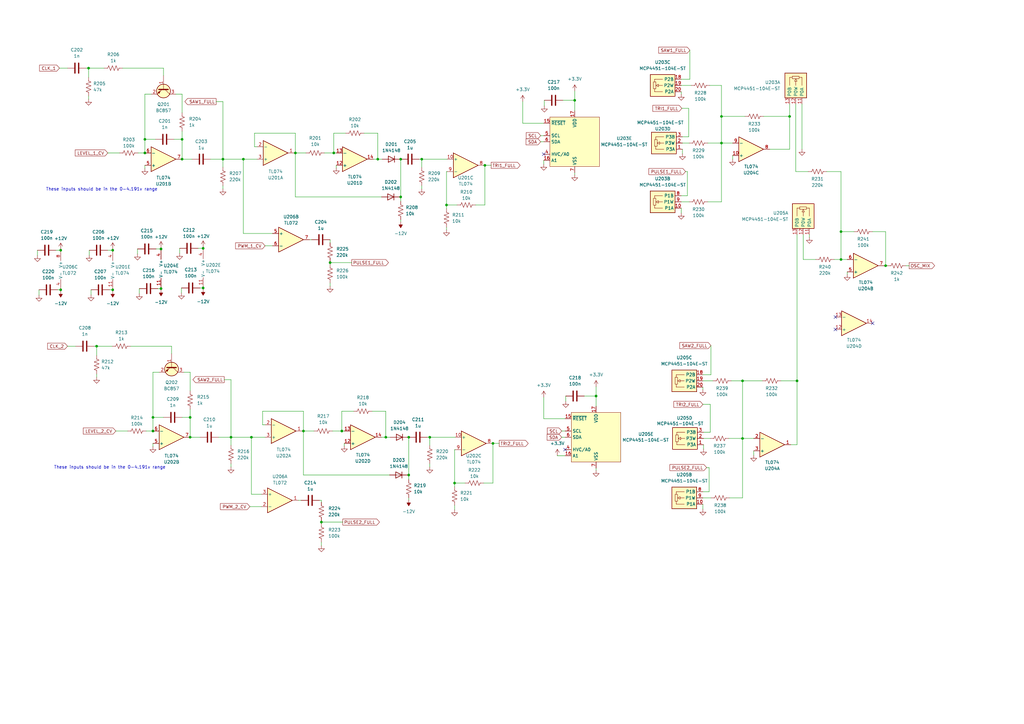
<source format=kicad_sch>
(kicad_sch (version 20230121) (generator eeschema)
  (paper "A3")
  (junction (at 91.44 65.278))
  (junction (at 39.624 141.986))
  (junction (at 363.22 108.966))
  (junction (at 167.64 194.818))
  (junction (at 77.978 179.324))
  (junction (at 59.436 62.738))
  (junction (at 74.676 65.278))
  (junction (at 77.978 171.196))
  (junction (at 244.475 162.433))
  (junction (at 183.134 84.074))
  (junction (at 83.312 118.11))
  (junction (at 66.04 118.364))
  (junction (at 46.228 102.616))
  (junction (at 103.124 179.324))
  (junction (at 62.738 171.196))
  (junction (at 36.322 27.94))
  (junction (at 83.312 101.854))
  (junction (at 136.906 62.738))
  (junction (at 304.546 156.21))
  (junction (at 94.742 179.324))
  (junction (at 24.892 102.616))
  (junction (at 121.158 62.738))
  (junction (at 62.738 176.784))
  (junction (at 235.712 41.148))
  (junction (at 46.228 118.872))
  (junction (at 167.64 179.324))
  (junction (at 140.208 176.784))
  (junction (at 135.382 107.696))
  (junction (at 99.822 65.278))
  (junction (at 323.85 47.752))
  (junction (at 124.46 176.784))
  (junction (at 344.932 106.426))
  (junction (at 172.974 65.278))
  (junction (at 295.91 47.752))
  (junction (at 164.338 65.278))
  (junction (at 131.826 214.122))
  (junction (at 59.436 57.15))
  (junction (at 164.338 80.772))
  (junction (at 295.91 58.674))
  (junction (at 344.932 94.996))
  (junction (at 24.892 118.872))
  (junction (at 74.676 57.15))
  (junction (at 198.882 67.818))
  (junction (at 66.04 102.108))
  (junction (at 202.184 181.864))
  (junction (at 176.276 179.324))
  (junction (at 154.94 65.278))
  (junction (at 326.898 156.21))
  (junction (at 158.242 179.324))
  (junction (at 304.546 179.832))
  (junction (at 186.436 198.12))
  (no_connect (at 342.646 130.048))
  (no_connect (at 231.775 184.404))
  (no_connect (at 357.886 132.588))
  (no_connect (at 342.646 135.128))
  (no_connect (at 223.012 63.246))
  (wire (pts (xy 105.41 60.198) (xy 104.394 60.198)))
  (wire (pts (xy 131.826 222.377) (xy 131.826 223.774)))
  (wire (pts (xy 172.974 76.2) (xy 172.974 77.47)))
  (wire (pts (xy 94.742 179.324) (xy 94.742 182.626)))
  (wire (pts (xy 176.276 179.324) (xy 186.69 179.324)))
  (wire (pts (xy 172.974 65.278) (xy 183.388 65.278)))
  (wire (pts (xy 127 98.298) (xy 127.762 98.298)))
  (wire (pts (xy 121.158 80.772) (xy 121.158 62.738)))
  (wire (pts (xy 326.39 70.358) (xy 326.39 42.672)))
  (wire (pts (xy 63.754 57.15) (xy 59.436 57.15)))
  (wire (pts (xy 279.4 85.344) (xy 279.4 87.376)))
  (wire (pts (xy 223.266 41.148) (xy 223.266 43.434)))
  (wire (pts (xy 140.208 176.784) (xy 141.224 176.784)))
  (wire (pts (xy 299.974 156.21) (xy 304.546 156.21)))
  (wire (pts (xy 371.602 108.966) (xy 372.872 108.966)))
  (wire (pts (xy 44.196 62.738) (xy 49.022 62.738)))
  (wire (pts (xy 291.338 165.862) (xy 291.338 177.292)))
  (wire (pts (xy 235.712 70.866) (xy 235.712 71.628)))
  (wire (pts (xy 67.056 171.196) (xy 62.738 171.196)))
  (wire (pts (xy 107.696 174.244) (xy 107.696 168.656)))
  (wire (pts (xy 37.338 118.872) (xy 37.338 120.904)))
  (wire (pts (xy 135.382 116.078) (xy 135.382 117.348)))
  (wire (pts (xy 145.034 168.656) (xy 140.208 168.656)))
  (wire (pts (xy 86.36 65.278) (xy 91.44 65.278)))
  (wire (pts (xy 136.906 62.738) (xy 137.922 62.738)))
  (wire (pts (xy 70.358 141.986) (xy 70.358 145.034)))
  (wire (pts (xy 83.312 118.11) (xy 83.312 118.618)))
  (wire (pts (xy 82.042 118.11) (xy 83.312 118.11)))
  (wire (pts (xy 158.242 179.324) (xy 160.02 179.324)))
  (wire (pts (xy 331.47 70.358) (xy 326.39 70.358)))
  (wire (pts (xy 299.212 204.216) (xy 304.546 204.216)))
  (wire (pts (xy 22.987 102.616) (xy 24.892 102.616)))
  (wire (pts (xy 124.46 176.784) (xy 128.778 176.784)))
  (wire (pts (xy 228.6 186.817) (xy 228.6 186.944)))
  (wire (pts (xy 357.886 94.996) (xy 363.22 94.996)))
  (wire (pts (xy 94.742 155.702) (xy 94.742 179.324)))
  (wire (pts (xy 313.182 47.752) (xy 323.85 47.752)))
  (wire (pts (xy 107.188 202.692) (xy 103.124 202.692)))
  (wire (pts (xy 77.978 179.324) (xy 82.042 179.324)))
  (wire (pts (xy 74.676 57.15) (xy 74.676 65.278)))
  (wire (pts (xy 39.624 153.416) (xy 39.624 154.686)))
  (wire (pts (xy 288.544 182.372) (xy 288.544 184.15)))
  (wire (pts (xy 121.158 62.738) (xy 125.476 62.738)))
  (wire (pts (xy 59.944 176.784) (xy 62.738 176.784)))
  (wire (pts (xy 290.322 82.804) (xy 295.91 82.804)))
  (wire (pts (xy 131.064 205.232) (xy 131.826 205.232)))
  (wire (pts (xy 75.438 152.654) (xy 77.978 152.654)))
  (wire (pts (xy 81.28 101.854) (xy 83.312 101.854)))
  (wire (pts (xy 15.367 102.616) (xy 15.367 104.775)))
  (wire (pts (xy 36.322 27.94) (xy 42.672 27.94)))
  (wire (pts (xy 164.338 90.17) (xy 164.338 90.932)))
  (wire (pts (xy 288.29 204.216) (xy 291.592 204.216)))
  (wire (pts (xy 288.29 158.75) (xy 288.29 159.766)))
  (wire (pts (xy 57.15 118.364) (xy 57.15 120.396)))
  (wire (pts (xy 103.124 179.324) (xy 108.712 179.324)))
  (wire (pts (xy 289.814 191.77) (xy 290.83 191.77)))
  (wire (pts (xy 46.228 102.108) (xy 46.228 102.616)))
  (wire (pts (xy 279.908 61.214) (xy 279.908 62.992)))
  (wire (pts (xy 135.382 98.298) (xy 135.382 99.568)))
  (wire (pts (xy 99.822 65.278) (xy 105.41 65.278)))
  (wire (pts (xy 323.85 47.752) (xy 323.85 42.672)))
  (wire (pts (xy 153.162 65.278) (xy 154.94 65.278)))
  (wire (pts (xy 300.482 58.674) (xy 295.91 58.674)))
  (wire (pts (xy 198.882 67.818) (xy 198.628 67.818)))
  (wire (pts (xy 121.158 54.61) (xy 121.158 62.738)))
  (wire (pts (xy 59.436 67.818) (xy 59.436 69.088)))
  (wire (pts (xy 281.178 70.358) (xy 281.94 70.358)))
  (wire (pts (xy 230.886 41.148) (xy 235.712 41.148)))
  (wire (pts (xy 74.676 65.278) (xy 78.74 65.278)))
  (wire (pts (xy 221.742 58.166) (xy 223.012 58.166)))
  (wire (pts (xy 202.184 181.864) (xy 201.93 181.864)))
  (wire (pts (xy 122.428 205.232) (xy 123.444 205.232)))
  (wire (pts (xy 59.436 38.608) (xy 59.436 57.15)))
  (wire (pts (xy 66.04 102.108) (xy 66.04 102.616)))
  (wire (pts (xy 159.766 194.818) (xy 124.46 194.818)))
  (wire (pts (xy 73.66 101.854) (xy 73.66 103.886)))
  (wire (pts (xy 291.084 35.052) (xy 295.91 35.052)))
  (wire (pts (xy 363.22 94.996) (xy 363.22 108.966)))
  (wire (pts (xy 46.228 118.364) (xy 46.228 118.872)))
  (wire (pts (xy 91.44 65.278) (xy 99.822 65.278)))
  (wire (pts (xy 67.056 27.94) (xy 67.056 30.988)))
  (wire (pts (xy 167.64 194.818) (xy 167.64 196.596)))
  (wire (pts (xy 56.388 102.108) (xy 56.388 104.14)))
  (wire (pts (xy 39.624 145.796) (xy 39.624 141.986)))
  (wire (pts (xy 295.91 47.752) (xy 295.91 58.674)))
  (wire (pts (xy 300.482 63.754) (xy 300.482 65.278)))
  (wire (pts (xy 94.742 179.324) (xy 103.124 179.324)))
  (wire (pts (xy 156.464 179.324) (xy 158.242 179.324)))
  (wire (pts (xy 279.4 82.804) (xy 282.702 82.804)))
  (wire (pts (xy 56.642 62.738) (xy 59.436 62.738)))
  (wire (pts (xy 124.46 176.784) (xy 123.952 176.784)))
  (wire (pts (xy 94.742 190.246) (xy 94.742 191.516)))
  (wire (pts (xy 172.974 65.278) (xy 172.974 68.58)))
  (wire (pts (xy 186.436 184.404) (xy 186.69 184.404)))
  (wire (pts (xy 279.4 35.052) (xy 283.464 35.052)))
  (wire (pts (xy 288.29 165.862) (xy 291.338 165.862)))
  (wire (pts (xy 88.646 41.656) (xy 91.44 41.656)))
  (wire (pts (xy 282.448 56.134) (xy 279.908 56.134)))
  (wire (pts (xy 244.475 192.024) (xy 244.475 192.913)))
  (wire (pts (xy 279.4 32.512) (xy 282.956 32.512)))
  (wire (pts (xy 183.134 84.074) (xy 187.452 84.074)))
  (wire (pts (xy 24.892 118.364) (xy 24.892 118.872)))
  (wire (pts (xy 137.922 67.818) (xy 137.922 68.834)))
  (wire (pts (xy 363.22 108.966) (xy 363.982 108.966)))
  (wire (pts (xy 344.932 70.358) (xy 344.932 94.996)))
  (wire (pts (xy 39.624 141.986) (xy 38.608 141.986)))
  (wire (pts (xy 344.932 106.426) (xy 347.472 106.426)))
  (wire (pts (xy 136.398 176.784) (xy 140.208 176.784)))
  (wire (pts (xy 158.242 179.324) (xy 158.242 168.656)))
  (wire (pts (xy 62.738 181.864) (xy 62.738 183.134)))
  (wire (pts (xy 141.732 54.61) (xy 136.906 54.61)))
  (wire (pts (xy 232.029 162.433) (xy 232.029 164.592)))
  (wire (pts (xy 77.978 167.894) (xy 77.978 171.196)))
  (wire (pts (xy 136.906 54.61) (xy 136.906 62.738)))
  (wire (pts (xy 167.64 204.216) (xy 167.64 204.978)))
  (wire (pts (xy 309.118 179.832) (xy 304.546 179.832)))
  (wire (pts (xy 279.4 37.592) (xy 279.4 38.608)))
  (wire (pts (xy 295.91 35.052) (xy 295.91 47.752)))
  (wire (pts (xy 281.94 70.358) (xy 281.94 80.264)))
  (wire (pts (xy 214.376 50.546) (xy 223.012 50.546)))
  (wire (pts (xy 131.826 214.122) (xy 140.589 214.122)))
  (wire (pts (xy 309.118 184.912) (xy 309.118 186.69)))
  (wire (pts (xy 183.134 85.598) (xy 183.134 84.074)))
  (wire (pts (xy 304.546 179.832) (xy 298.958 179.832)))
  (wire (pts (xy 72.136 38.608) (xy 74.676 38.608)))
  (wire (pts (xy 290.83 191.77) (xy 290.83 201.676)))
  (wire (pts (xy 154.94 65.278) (xy 154.94 54.61)))
  (wire (pts (xy 131.826 213.614) (xy 131.826 214.122)))
  (wire (pts (xy 64.77 118.364) (xy 66.04 118.364)))
  (wire (pts (xy 121.158 62.738) (xy 120.65 62.738)))
  (wire (pts (xy 83.312 101.346) (xy 83.312 101.854)))
  (wire (pts (xy 74.676 171.196) (xy 77.978 171.196)))
  (wire (pts (xy 235.712 37.338) (xy 235.712 41.148)))
  (wire (pts (xy 295.91 82.804) (xy 295.91 58.674)))
  (wire (pts (xy 288.29 206.756) (xy 288.29 208.788)))
  (wire (pts (xy 315.722 61.214) (xy 323.85 61.214)))
  (wire (pts (xy 331.978 96.266) (xy 331.978 97.282)))
  (wire (pts (xy 77.978 171.196) (xy 77.978 179.324)))
  (wire (pts (xy 108.712 100.838) (xy 111.76 100.838)))
  (wire (pts (xy 156.464 80.772) (xy 121.158 80.772)))
  (wire (pts (xy 230.378 179.324) (xy 231.775 179.324)))
  (wire (pts (xy 91.44 65.278) (xy 91.44 68.58)))
  (wire (pts (xy 291.338 177.292) (xy 288.544 177.292)))
  (wire (pts (xy 295.91 47.752) (xy 305.562 47.752)))
  (wire (pts (xy 47.498 176.784) (xy 52.324 176.784)))
  (wire (pts (xy 347.472 111.506) (xy 347.472 112.522)))
  (wire (pts (xy 46.228 102.616) (xy 46.228 103.124)))
  (wire (pts (xy 291.592 141.732) (xy 291.592 153.67)))
  (wire (pts (xy 83.312 101.854) (xy 83.312 102.362)))
  (wire (pts (xy 202.184 198.12) (xy 202.184 181.864)))
  (wire (pts (xy 36.322 31.75) (xy 36.322 27.94)))
  (wire (pts (xy 64.008 102.108) (xy 66.04 102.108)))
  (wire (pts (xy 23.622 118.872) (xy 24.892 118.872)))
  (wire (pts (xy 288.544 179.832) (xy 291.338 179.832)))
  (wire (pts (xy 44.196 102.616) (xy 46.228 102.616)))
  (wire (pts (xy 183.134 84.074) (xy 183.134 70.358)))
  (wire (pts (xy 342.138 106.426) (xy 344.932 106.426)))
  (wire (pts (xy 320.294 156.21) (xy 326.898 156.21)))
  (wire (pts (xy 91.44 76.2) (xy 91.44 77.47)))
  (wire (pts (xy 281.94 80.264) (xy 279.4 80.264)))
  (wire (pts (xy 326.898 96.266) (xy 326.898 156.21)))
  (wire (pts (xy 221.742 55.626) (xy 223.012 55.626)))
  (wire (pts (xy 140.208 168.656) (xy 140.208 176.784)))
  (wire (pts (xy 91.948 155.702) (xy 94.742 155.702)))
  (wire (pts (xy 324.358 182.372) (xy 326.898 182.372)))
  (wire (pts (xy 39.624 141.986) (xy 45.974 141.986)))
  (wire (pts (xy 334.518 106.426) (xy 329.438 106.426)))
  (wire (pts (xy 223.012 162.941) (xy 223.012 171.704)))
  (wire (pts (xy 24.384 27.94) (xy 27.686 27.94)))
  (wire (pts (xy 344.932 94.996) (xy 344.932 106.426)))
  (wire (pts (xy 183.134 70.358) (xy 183.388 70.358)))
  (wire (pts (xy 244.475 162.433) (xy 244.475 166.624)))
  (wire (pts (xy 74.422 118.11) (xy 74.422 120.142)))
  (wire (pts (xy 83.312 117.602) (xy 83.312 118.11)))
  (wire (pts (xy 154.94 54.61) (xy 149.352 54.61)))
  (wire (pts (xy 198.374 198.12) (xy 202.184 198.12)))
  (wire (pts (xy 108.712 174.244) (xy 107.696 174.244)))
  (wire (pts (xy 131.826 205.232) (xy 131.826 205.994)))
  (wire (pts (xy 24.892 118.872) (xy 24.892 119.38)))
  (wire (pts (xy 27.686 141.986) (xy 30.988 141.986)))
  (wire (pts (xy 244.475 158.623) (xy 244.475 162.433)))
  (wire (pts (xy 61.976 38.608) (xy 59.436 38.608)))
  (wire (pts (xy 279.654 44.45) (xy 282.448 44.45)))
  (wire (pts (xy 304.546 204.216) (xy 304.546 179.832)))
  (wire (pts (xy 288.29 156.21) (xy 292.354 156.21)))
  (wire (pts (xy 135.382 107.696) (xy 144.272 107.696)))
  (wire (pts (xy 74.676 38.608) (xy 74.676 46.228)))
  (wire (pts (xy 66.04 101.6) (xy 66.04 102.108)))
  (wire (pts (xy 295.91 58.674) (xy 290.322 58.674)))
  (wire (pts (xy 223.012 171.704) (xy 231.775 171.704)))
  (wire (pts (xy 50.292 27.94) (xy 67.056 27.94)))
  (wire (pts (xy 24.892 102.235) (xy 24.892 102.616)))
  (wire (pts (xy 312.674 156.21) (xy 304.546 156.21)))
  (wire (pts (xy 62.738 152.654) (xy 62.738 171.196)))
  (wire (pts (xy 36.576 102.616) (xy 36.576 104.648)))
  (wire (pts (xy 288.29 153.67) (xy 291.592 153.67)))
  (wire (pts (xy 176.276 179.324) (xy 176.276 182.626)))
  (wire (pts (xy 77.978 152.654) (xy 77.978 160.274)))
  (wire (pts (xy 46.228 118.872) (xy 46.228 119.38)))
  (wire (pts (xy 66.04 117.856) (xy 66.04 118.364)))
  (wire (pts (xy 53.594 141.986) (xy 70.358 141.986)))
  (wire (pts (xy 99.822 65.278) (xy 99.822 95.758)))
  (wire (pts (xy 279.908 58.674) (xy 282.702 58.674)))
  (wire (pts (xy 131.826 214.122) (xy 131.826 214.757)))
  (wire (pts (xy 164.338 80.772) (xy 164.338 82.55)))
  (wire (pts (xy 214.376 41.656) (xy 214.376 50.546)))
  (wire (pts (xy 329.438 106.426) (xy 329.438 96.266)))
  (wire (pts (xy 59.436 57.15) (xy 59.436 62.738)))
  (wire (pts (xy 235.712 41.148) (xy 235.712 45.466)))
  (wire (pts (xy 103.124 202.692) (xy 103.124 179.324)))
  (wire (pts (xy 198.882 67.818) (xy 201.422 67.818)))
  (wire (pts (xy 124.46 168.656) (xy 124.46 176.784)))
  (wire (pts (xy 230.378 176.784) (xy 231.775 176.784)))
  (wire (pts (xy 36.322 27.94) (xy 35.306 27.94)))
  (wire (pts (xy 65.278 152.654) (xy 62.738 152.654)))
  (wire (pts (xy 328.93 42.672) (xy 328.93 61.214)))
  (wire (pts (xy 186.436 198.12) (xy 190.754 198.12)))
  (wire (pts (xy 91.44 41.656) (xy 91.44 65.278)))
  (wire (pts (xy 74.676 53.848) (xy 74.676 57.15)))
  (wire (pts (xy 304.546 156.21) (xy 304.546 179.832)))
  (wire (pts (xy 363.22 108.966) (xy 362.712 108.966)))
  (wire (pts (xy 167.64 194.818) (xy 167.386 194.818)))
  (wire (pts (xy 164.338 80.772) (xy 164.084 80.772)))
  (wire (pts (xy 133.096 62.738) (xy 136.906 62.738)))
  (wire (pts (xy 104.394 60.198) (xy 104.394 54.61)))
  (wire (pts (xy 102.489 207.772) (xy 107.188 207.772)))
  (wire (pts (xy 16.002 118.872) (xy 16.002 121.031)))
  (wire (pts (xy 195.072 84.074) (xy 198.882 84.074)))
  (wire (pts (xy 107.696 168.656) (xy 124.46 168.656)))
  (wire (pts (xy 124.46 194.818) (xy 124.46 176.784)))
  (wire (pts (xy 198.882 84.074) (xy 198.882 67.818)))
  (wire (pts (xy 24.892 102.616) (xy 24.892 103.124)))
  (wire (pts (xy 154.94 65.278) (xy 156.718 65.278)))
  (wire (pts (xy 326.898 156.21) (xy 326.898 182.372)))
  (wire (pts (xy 176.276 190.246) (xy 176.276 191.516)))
  (wire (pts (xy 141.224 181.864) (xy 141.224 182.88)))
  (wire (pts (xy 239.649 162.433) (xy 244.475 162.433)))
  (wire (pts (xy 350.266 94.996) (xy 344.932 94.996)))
  (wire (pts (xy 71.374 57.15) (xy 74.676 57.15)))
  (wire (pts (xy 202.184 181.864) (xy 204.724 181.864)))
  (wire (pts (xy 135.382 107.696) (xy 135.382 108.458)))
  (wire (pts (xy 186.436 207.264) (xy 186.436 209.042)))
  (wire (pts (xy 62.738 171.196) (xy 62.738 176.784)))
  (wire (pts (xy 36.322 39.37) (xy 36.322 40.64)))
  (wire (pts (xy 135.382 107.188) (xy 135.382 107.696)))
  (wire (pts (xy 89.662 179.324) (xy 94.742 179.324)))
  (wire (pts (xy 186.436 198.12) (xy 186.436 184.404)))
  (wire (pts (xy 104.394 54.61) (xy 121.158 54.61)))
  (wire (pts (xy 339.09 70.358) (xy 344.932 70.358)))
  (wire (pts (xy 171.958 65.278) (xy 172.974 65.278)))
  (wire (pts (xy 175.26 179.324) (xy 176.276 179.324)))
  (wire (pts (xy 223.012 65.786) (xy 223.012 67.31)))
  (wire (pts (xy 183.134 93.218) (xy 183.134 94.234)))
  (wire (pts (xy 66.04 118.364) (xy 66.04 118.872)))
  (wire (pts (xy 99.822 95.758) (xy 111.76 95.758)))
  (wire (pts (xy 164.338 65.278) (xy 164.338 80.772)))
  (wire (pts (xy 290.83 201.676) (xy 288.29 201.676)))
  (wire (pts (xy 186.436 199.644) (xy 186.436 198.12)))
  (wire (pts (xy 323.85 61.214) (xy 323.85 47.752)))
  (wire (pts (xy 44.958 118.872) (xy 46.228 118.872)))
  (wire (pts (xy 167.64 179.324) (xy 167.64 194.818)))
  (wire (pts (xy 228.6 186.944) (xy 231.775 186.944)))
  (wire (pts (xy 282.956 20.574) (xy 282.956 32.512)))
  (wire (pts (xy 282.448 44.45) (xy 282.448 56.134)))
  (wire (pts (xy 158.242 168.656) (xy 152.654 168.656)))
  (text "These inputs should be in the 0-4.191v range" (at 22.098 192.532 0) (effects (font (size 1.27 1.27)) (justify left bottom)))
  (text "These inputs should be in the 0-4.191v range" (at 18.796 78.486 0) (effects (font (size 1.27 1.27)) (justify left bottom)))
  (global_label "TRI2_FULL" (shape input) (at 288.29 165.862 180) (property "Intersheetrefs" "${INTERSHEET_REFS}" (effects hide)))
  (global_label "LEVEL_2_CV" (shape input) (at 47.498 176.784 180) (property "Intersheetrefs" "${INTERSHEET_REFS}" (effects hide)))
  (global_label "SAW2_FULL" (shape input) (at 291.592 141.732 180) (property "Intersheetrefs" "${INTERSHEET_REFS}" (effects hide)))
  (global_label "SAW1_FULL" (shape input) (at 282.956 20.574 180) (property "Intersheetrefs" "${INTERSHEET_REFS}" (effects hide)))
  (global_label "LEVEL_1_CV" (shape input) (at 44.196 62.738 180) (property "Intersheetrefs" "${INTERSHEET_REFS}" (effects hide)))
  (global_label "SDA" (shape input) (at 221.742 58.166 180) (property "Intersheetrefs" "${INTERSHEET_REFS}" (effects hide)))
  (global_label "TRI1_FULL" (shape input) (at 279.654 44.45 180) (property "Intersheetrefs" "${INTERSHEET_REFS}" (effects hide)))
  (global_label "SCL" (shape input) (at 221.742 55.626 180) (property "Intersheetrefs" "${INTERSHEET_REFS}" (effects hide)))
  (global_label "TRI2_FULL" (shape output) (at 204.724 181.864 0) (property "Intersheetrefs" "${INTERSHEET_REFS}" (effects hide)))
  (global_label "CLK_1" (shape input) (at 24.384 27.94 180) (property "Intersheetrefs" "${INTERSHEET_REFS}" (effects hide)))
  (global_label "PULSE1_FULL" (shape input) (at 281.178 70.358 180) (property "Intersheetrefs" "${INTERSHEET_REFS}" (effects hide)))
  (global_label "SDA" (shape input) (at 230.378 179.324 180) (property "Intersheetrefs" "${INTERSHEET_REFS}" (effects hide)))
  (global_label "SAW2_FULL" (shape output) (at 91.948 155.702 180) (property "Intersheetrefs" "${INTERSHEET_REFS}" (effects hide)))
  (global_label "PWM_1_CV" (shape input) (at 108.712 100.838 180) (property "Intersheetrefs" "${INTERSHEET_REFS}" (effects hide)))
  (global_label "TRI1_FULL" (shape output) (at 201.422 67.818 0) (property "Intersheetrefs" "${INTERSHEET_REFS}" (effects hide)))
  (global_label "PULSE2_FULL" (shape input) (at 289.814 191.77 180) (property "Intersheetrefs" "${INTERSHEET_REFS}" (effects hide)))
  (global_label "PULSE2_FULL" (shape output) (at 140.589 214.122 0) (property "Intersheetrefs" "${INTERSHEET_REFS}" (effects hide)))
  (global_label "OSC_MIX" (shape output) (at 372.872 108.966 0) (property "Intersheetrefs" "${INTERSHEET_REFS}" (effects hide)))
  (global_label "SCL" (shape input) (at 230.378 176.784 180) (property "Intersheetrefs" "${INTERSHEET_REFS}" (effects hide)))
  (global_label "PWM_2_CV" (shape input) (at 102.489 207.772 180) (property "Intersheetrefs" "${INTERSHEET_REFS}" (effects hide)))
  (global_label "PULSE1_FULL" (shape output) (at 144.272 107.696 0) (property "Intersheetrefs" "${INTERSHEET_REFS}" (effects hide)))
  (global_label "SAW1_FULL" (shape output) (at 88.646 41.656 180) (property "Intersheetrefs" "${INTERSHEET_REFS}" (effects hide)))
  (global_label "CLK_2" (shape input) (at 27.686 141.986 180) (property "Intersheetrefs" "${INTERSHEET_REFS}" (effects hide)))
  (symbol (lib_id "Device:R_US") (at 367.792 108.966 90) (unit 1)
    (property "Reference" "R242" (at 367.792 112.014 90))
    (property "Value" "1k" (at 367.792 114.554 90))
    (property "Footprint" "PCM_Resistor_SMD_AKL:R_0805_2012Metric" (effects hide))
  )
  (symbol (lib_id "power:GND") (at 91.44 77.47 0) (unit 1)
    (property "Reference" "#PWR0206" (effects hide))
    (property "Value" "GND" (effects hide))
  )
  (symbol (lib_name "MCP4451-xxxx-ST_2") (lib_id "Potentiometer_Digital:MCP4451-xxxx-ST") (at 235.712 58.166 0) (unit 5)
    (property "Reference" "U203" (at 256.032 56.769 0))
    (property "Value" "MCP4451-104E-ST" (at 256.032 59.309 0))
    (property "Footprint" "Package_SO:TSSOP-20_4.4x6.5mm_P0.65mm" (effects hide))
    (property "Datasheet" "https://ww1.microchip.com/downloads/en/DeviceDoc/22267A_MCP4431.pdf" (effects hide))
  )
  (symbol (lib_id "Amplifier_Operational:TL074") (at 113.03 62.738 0) (mirror x) (unit 1)
    (property "Reference" "U201" (at 113.03 72.898 0))
    (property "Value" "TL074" (at 113.03 70.358 0))
    (property "Footprint" "Package_SO:SOIC-14_3.9x8.7mm_P1.27mm" (effects hide))
    (property "Datasheet" "http://www.ti.com/lit/ds/symlink/tl071.pdf" (effects hide))
  )
  (symbol (lib_id "PCM_4ms_Power-symbol:+12V") (at 83.312 101.346 0) (unit 1)
    (property "Reference" "#PWR0220" (effects hide))
    (property "Value" "+12V" (at 83.312 96.901 0))
  )
  (symbol (lib_id "Device:C") (at 19.812 118.872 90) (unit 1)
    (property "Reference" "C220" (at 19.812 111.379 90))
    (property "Value" "100n" (at 19.812 113.919 90))
    (property "Footprint" "Capacitor_SMD:C_0805_2012Metric" (effects hide))
  )
  (symbol (lib_id "Diode:1N4148") (at 160.274 80.772 180) (unit 1)
    (property "Reference" "D202" (at 160.274 74.676 0))
    (property "Value" "1N4148" (at 160.274 77.216 0))
    (property "Footprint" "Diode_SMD:D_0805_2012Metric" (effects hide))
    (property "Datasheet" "https://assets.nexperia.com/documents/data-sheet/1N4148_1N4448.pdf" (effects hide))
    (property "Sim.Device" "D" (effects hide))
    (property "Sim.Pins" "1=K 2=A" (effects hide))
  )
  (symbol (lib_id "power:GND") (at 235.712 71.628 0) (unit 1)
    (property "Reference" "#PWR0235" (effects hide))
    (property "Value" "GND" (effects hide))
  )
  (symbol (lib_id "power:GND") (at 309.118 186.69 0) (unit 1)
    (property "Reference" "#PWR0246" (effects hide))
    (property "Value" "GND" (effects hide))
  )
  (symbol (lib_id "Device:R_US") (at 148.844 168.656 90) (unit 1)
    (property "Reference" "R218" (at 148.844 163.068 90))
    (property "Value" "10k" (at 148.844 165.608 90))
    (property "Footprint" "PCM_Resistor_SMD_AKL:R_0805_2012Metric" (effects hide))
  )
  (symbol (lib_id "Device:R_US") (at 194.564 198.12 90) (unit 1)
    (property "Reference" "R222" (at 194.564 192.786 90))
    (property "Value" "10k" (at 194.564 195.326 90))
    (property "Footprint" "PCM_Resistor_SMD_AKL:R_0805_2012Metric" (effects hide))
  )
  (symbol (lib_id "power:GND") (at 62.738 183.134 0) (unit 1)
    (property "Reference" "#PWR0212" (effects hide))
    (property "Value" "GND" (effects hide))
  )
  (symbol (lib_id "PCM_4ms_Power-symbol:+12V") (at 66.04 101.6 0) (unit 1)
    (property "Reference" "#PWR0225" (effects hide))
    (property "Value" "+12V" (at 66.04 97.155 0))
  )
  (symbol (lib_id "Device:R_US") (at 286.512 82.804 90) (unit 1)
    (property "Reference" "R230" (at 286.512 85.852 90))
    (property "Value" "100k" (at 286.512 88.392 90))
    (property "Footprint" "PCM_Resistor_SMD_AKL:R_0805_2012Metric" (effects hide))
  )
  (symbol (lib_id "Device:R_US") (at 183.134 89.408 180) (unit 1)
    (property "Reference" "R211" (at 185.42 88.138 0) (effects (justify right)))
    (property "Value" "10k" (at 185.42 90.678 0) (effects (justify right)))
    (property "Footprint" "PCM_Resistor_SMD_AKL:R_0805_2012Metric" (effects hide))
  )
  (symbol (lib_id "Potentiometer_Digital:MCP4451-xxxx-ST") (at 280.67 156.21 0) (mirror y) (unit 3)
    (property "Reference" "U205" (at 280.67 146.685 0))
    (property "Value" "MCP4451-104E-ST" (at 280.67 149.225 0))
    (property "Footprint" "Package_SO:TSSOP-20_4.4x6.5mm_P0.65mm" (effects hide))
    (property "Datasheet" "https://ww1.microchip.com/downloads/en/DeviceDoc/22267A_MCP4431.pdf" (effects hide))
  )
  (symbol (lib_id "power:GND") (at 176.276 191.516 0) (unit 1)
    (property "Reference" "#PWR0216" (effects hide))
    (property "Value" "GND" (effects hide))
  )
  (symbol (lib_id "power:GND") (at 73.66 103.886 0) (unit 1)
    (property "Reference" "#PWR0218" (effects hide))
    (property "Value" "GND" (effects hide))
  )
  (symbol (lib_id "Device:R_US") (at 354.076 94.996 90) (unit 1)
    (property "Reference" "R241" (at 354.076 98.044 90))
    (property "Value" "100k" (at 354.076 100.584 90))
    (property "Footprint" "PCM_Resistor_SMD_AKL:R_0805_2012Metric" (effects hide))
  )
  (symbol (lib_id "power:GND") (at 141.224 182.88 0) (unit 1)
    (property "Reference" "#PWR0214" (effects hide))
    (property "Value" "GND" (effects hide))
  )
  (symbol (lib_id "Device:C") (at 131.572 98.298 90) (unit 1)
    (property "Reference" "C204" (at 131.572 91.059 90))
    (property "Value" "1u" (at 131.572 93.599 90))
    (property "Footprint" "Capacitor_SMD:C_0805_2012Metric" (effects hide))
  )
  (symbol (lib_id "Device:R_US") (at 176.276 186.436 0) (unit 1)
    (property "Reference" "R220" (at 178.816 185.166 0) (effects (justify left)))
    (property "Value" "220k" (at 178.816 187.706 0) (effects (justify left)))
    (property "Footprint" "PCM_Resistor_SMD_AKL:R_0805_2012Metric" (effects hide))
  )
  (symbol (lib_id "power:GND") (at 74.422 120.142 0) (unit 1)
    (property "Reference" "#PWR0219" (effects hide))
    (property "Value" "GND" (effects hide))
  )
  (symbol (lib_id "Device:C") (at 168.148 65.278 90) (unit 1)
    (property "Reference" "C205" (at 168.148 58.039 90))
    (property "Value" "1u" (at 168.148 60.579 90))
    (property "Footprint" "Capacitor_SMD:C_0805_2012Metric" (effects hide))
  )
  (symbol (lib_id "power:GND") (at 131.826 223.774 0) (unit 1)
    (property "Reference" "#PWR0227" (effects hide))
    (property "Value" "GND" (effects hide))
  )
  (symbol (lib_id "Device:C") (at 77.47 101.854 90) (unit 1)
    (property "Reference" "C212" (at 77.47 94.361 90))
    (property "Value" "100n" (at 77.47 96.901 90))
    (property "Footprint" "Capacitor_SMD:C_0805_2012Metric" (effects hide))
  )
  (symbol (lib_id "power:+3.3V") (at 223.012 162.941 0) (unit 1)
    (property "Reference" "#PWR0238" (effects hide))
    (property "Value" "+3.3V" (at 223.012 157.988 0))
  )
  (symbol (lib_id "power:-12V") (at 83.312 118.618 180) (unit 1)
    (property "Reference" "#PWR0253" (effects hide))
    (property "Value" "-12V" (at 83.312 123.698 0))
  )
  (symbol (lib_id "power:GND") (at 279.4 38.608 0) (unit 1)
    (property "Reference" "#PWR0221" (effects hide))
    (property "Value" "GND" (effects hide))
  )
  (symbol (lib_id "power:GND") (at 288.29 159.766 0) (unit 1)
    (property "Reference" "#PWR0243" (effects hide))
    (property "Value" "GND" (effects hide))
  )
  (symbol (lib_name "MCP4451-xxxx-ST_3") (lib_id "Potentiometer_Digital:MCP4451-xxxx-ST") (at 271.78 82.804 0) (mirror y) (unit 2)
    (property "Reference" "U203" (at 271.78 73.279 0))
    (property "Value" "MCP4451-104E-ST" (at 271.78 75.819 0))
    (property "Footprint" "Package_SO:TSSOP-20_4.4x6.5mm_P0.65mm" (effects hide))
    (property "Datasheet" "https://ww1.microchip.com/downloads/en/DeviceDoc/22267A_MCP4431.pdf" (effects hide))
  )
  (symbol (lib_id "power:GND") (at 279.4 87.376 0) (unit 1)
    (property "Reference" "#PWR0229" (effects hide))
    (property "Value" "GND" (effects hide))
  )
  (symbol (lib_id "power:-12V") (at 167.64 204.978 180) (unit 1)
    (property "Reference" "#PWR0215" (effects hide))
    (property "Value" "-12V" (at 167.64 209.804 0))
  )
  (symbol (lib_id "Device:R_US") (at 167.64 200.406 180) (unit 1)
    (property "Reference" "R219" (at 169.672 199.136 0) (effects (justify right)))
    (property "Value" "10k" (at 169.672 201.676 0) (effects (justify right)))
    (property "Footprint" "PCM_Resistor_SMD_AKL:R_0805_2012Metric" (effects hide))
  )
  (symbol (lib_id "Device:C") (at 40.386 102.616 90) (unit 1)
    (property "Reference" "C206" (at 40.386 95.123 90))
    (property "Value" "100n" (at 40.386 97.663 90))
    (property "Footprint" "Capacitor_SMD:C_0805_2012Metric" (effects hide))
  )
  (symbol (lib_id "power:GND") (at 300.482 65.278 0) (unit 1)
    (property "Reference" "#PWR0230" (effects hide))
    (property "Value" "GND" (effects hide))
  )
  (symbol (lib_id "power:GND") (at 288.544 184.15 0) (unit 1)
    (property "Reference" "#PWR0245" (effects hide))
    (property "Value" "GND" (effects hide))
  )
  (symbol (lib_id "power:GND") (at 232.029 164.592 0) (unit 1)
    (property "Reference" "#PWR0240" (effects hide))
    (property "Value" "GND" (effects hide))
  )
  (symbol (lib_id "power:GND") (at 186.436 209.042 0) (unit 1)
    (property "Reference" "#PWR0217" (effects hide))
    (property "Value" "GND" (effects hide))
  )
  (symbol (lib_id "Device:R_US") (at 172.974 72.39 0) (unit 1)
    (property "Reference" "R209" (at 175.514 71.12 0) (effects (justify left)))
    (property "Value" "220k" (at 175.514 73.66 0) (effects (justify left)))
    (property "Footprint" "PCM_Resistor_SMD_AKL:R_0805_2012Metric" (effects hide))
  )
  (symbol (lib_id "Device:R_US") (at 287.274 35.052 90) (unit 1)
    (property "Reference" "R228" (at 287.274 38.1 90))
    (property "Value" "100k" (at 287.274 40.64 90))
    (property "Footprint" "PCM_Resistor_SMD_AKL:R_0805_2012Metric" (effects hide))
  )
  (symbol (lib_id "Amplifier_Operational:TL072") (at 119.38 98.298 0) (unit 2)
    (property "Reference" "U206" (at 119.38 88.9 0))
    (property "Value" "TL072" (at 119.38 91.44 0))
    (property "Footprint" "Package_SO:SOIC-8_3.9x4.9mm_P1.27mm" (effects hide))
    (property "Datasheet" "http://www.ti.com/lit/ds/symlink/tl071.pdf" (effects hide))
  )
  (symbol (lib_name "MCP4451-xxxx-ST_3") (lib_id "Potentiometer_Digital:MCP4451-xxxx-ST") (at 280.67 204.216 0) (mirror y) (unit 2)
    (property "Reference" "U205" (at 280.67 194.691 0))
    (property "Value" "MCP4451-104E-ST" (at 280.67 197.231 0))
    (property "Footprint" "Package_SO:TSSOP-20_4.4x6.5mm_P0.65mm" (effects hide))
    (property "Datasheet" "https://ww1.microchip.com/downloads/en/DeviceDoc/22267A_MCP4431.pdf" (effects hide))
  )
  (symbol (lib_id "power:-12V") (at 66.04 118.872 180) (unit 1)
    (property "Reference" "#PWR0226" (effects hide))
    (property "Value" "-12V" (at 66.04 123.952 0))
  )
  (symbol (lib_id "Amplifier_Operational:TL074") (at 67.056 65.278 0) (mirror x) (unit 2)
    (property "Reference" "U201" (at 67.056 75.438 0))
    (property "Value" "TL074" (at 67.056 72.898 0))
    (property "Footprint" "Package_SO:SOIC-14_3.9x8.7mm_P1.27mm" (effects hide))
    (property "Datasheet" "http://www.ti.com/lit/ds/symlink/tl071.pdf" (effects hide))
  )
  (symbol (lib_id "Device:C") (at 34.798 141.986 90) (unit 1)
    (property "Reference" "C208" (at 34.798 134.493 90))
    (property "Value" "1n" (at 34.798 137.033 90))
    (property "Footprint" "Capacitor_SMD:C_0805_2012Metric" (effects hide))
  )
  (symbol (lib_id "power:-12V") (at 24.892 119.38 180) (unit 1)
    (property "Reference" "#PWR0252" (effects hide))
    (property "Value" "-12V" (at 24.892 124.46 0))
  )
  (symbol (lib_id "Amplifier_Operational:TL074") (at 194.31 181.864 0) (unit 3)
    (property "Reference" "U202" (at 194.31 186.944 0))
    (property "Value" "TL074" (at 194.31 189.484 0))
    (property "Footprint" "Package_SO:SOIC-14_3.9x8.7mm_P1.27mm" (effects hide))
    (property "Datasheet" "http://www.ti.com/lit/ds/symlink/tl071.pdf" (effects hide))
  )
  (symbol (lib_id "power:GND") (at 172.974 77.47 0) (unit 1)
    (property "Reference" "#PWR0208" (effects hide))
    (property "Value" "GND" (effects hide))
  )
  (symbol (lib_id "Device:C") (at 60.96 118.364 90) (unit 1)
    (property "Reference" "C216" (at 60.96 110.871 90))
    (property "Value" "100n" (at 60.96 113.411 90))
    (property "Footprint" "Capacitor_SMD:C_0805_2012Metric" (effects hide))
  )
  (symbol (lib_id "Device:C") (at 82.55 65.278 90) (unit 1)
    (property "Reference" "C203" (at 82.55 58.039 90))
    (property "Value" "1u" (at 82.55 60.579 90))
    (property "Footprint" "Capacitor_SMD:C_0805_2012Metric" (effects hide))
  )
  (symbol (lib_id "Amplifier_Operational:TL074") (at 191.008 67.818 0) (unit 3)
    (property "Reference" "U201" (at 191.008 72.898 0))
    (property "Value" "TL074" (at 191.008 75.438 0))
    (property "Footprint" "Package_SO:SOIC-14_3.9x8.7mm_P1.27mm" (effects hide))
    (property "Datasheet" "http://www.ti.com/lit/ds/symlink/tl071.pdf" (effects hide))
  )
  (symbol (lib_id "Device:C") (at 85.852 179.324 90) (unit 1)
    (property "Reference" "C210" (at 85.852 172.085 90))
    (property "Value" "1u" (at 85.852 174.625 90))
    (property "Footprint" "Capacitor_SMD:C_0805_2012Metric" (effects hide))
  )
  (symbol (lib_id "Device:R_US") (at 286.512 58.674 90) (unit 1)
    (property "Reference" "R229" (at 286.512 61.722 90))
    (property "Value" "100k" (at 286.512 64.262 90))
    (property "Footprint" "PCM_Resistor_SMD_AKL:R_0805_2012Metric" (effects hide))
  )
  (symbol (lib_id "Device:C") (at 235.839 162.433 90) (unit 1)
    (property "Reference" "C218" (at 235.839 154.94 90))
    (property "Value" "100n" (at 235.839 157.48 90))
    (property "Footprint" "Capacitor_SMD:C_0805_2012Metric" (effects hide))
  )
  (symbol (lib_id "Diode:1N4148") (at 160.528 65.278 180) (unit 1)
    (property "Reference" "D201" (at 160.528 59.182 0))
    (property "Value" "1N4148" (at 160.528 61.722 0))
    (property "Footprint" "Diode_SMD:D_0805_2012Metric" (effects hide))
    (property "Datasheet" "https://assets.nexperia.com/documents/data-sheet/1N4148_1N4448.pdf" (effects hide))
    (property "Sim.Device" "D" (effects hide))
    (property "Sim.Pins" "1=K 2=A" (effects hide))
  )
  (symbol (lib_id "Amplifier_Operational:TL074") (at 148.844 179.324 0) (mirror x) (unit 4)
    (property "Reference" "U202" (at 148.844 189.103 0))
    (property "Value" "TL074" (at 148.844 186.563 0))
    (property "Footprint" "Package_SO:SOIC-14_3.9x8.7mm_P1.27mm" (effects hide))
    (property "Datasheet" "http://www.ti.com/lit/ds/symlink/tl071.pdf" (effects hide))
  )
  (symbol (lib_id "Amplifier_Operational:TL072") (at 27.432 110.744 0) (unit 3)
    (property "Reference" "U206" (at 25.527 109.474 0) (effects (justify left)))
    (property "Value" "TL072" (at 25.527 112.014 0) (effects (justify left)))
    (property "Footprint" "Package_SO:SOIC-8_3.9x4.9mm_P1.27mm" (effects hide))
    (property "Datasheet" "http://www.ti.com/lit/ds/symlink/tl071.pdf" (effects hide))
  )
  (symbol (lib_id "power:GND") (at 331.978 97.282 0) (unit 1)
    (property "Reference" "#PWR0247" (effects hide))
    (property "Value" "GND" (effects hide))
  )
  (symbol (lib_id "Device:R_US") (at 135.382 103.378 0) (unit 1)
    (property "Reference" "R225" (at 137.922 102.108 0) (effects (justify left)))
    (property "Value" "220k" (at 137.922 104.648 0) (effects (justify left)))
    (property "Footprint" "PCM_Resistor_SMD_AKL:R_0805_2012Metric" (effects hide))
  )
  (symbol (lib_id "Potentiometer_Digital:MCP4451-xxxx-ST") (at 271.78 35.052 0) (mirror y) (unit 3)
    (property "Reference" "U203" (at 271.78 25.527 0))
    (property "Value" "MCP4451-104E-ST" (at 271.78 28.067 0))
    (property "Footprint" "Package_SO:TSSOP-20_4.4x6.5mm_P0.65mm" (effects hide))
    (property "Datasheet" "https://ww1.microchip.com/downloads/en/DeviceDoc/22267A_MCP4431.pdf" (effects hide))
  )
  (symbol (lib_name "MCP4451-xxxx-ST_4") (lib_id "Potentiometer_Digital:MCP4451-xxxx-ST") (at 326.39 35.052 90) (unit 1)
    (property "Reference" "U203" (at 320.04 33.782 90) (effects (justify left)))
    (property "Value" "MCP4451-104E-ST" (at 320.04 36.322 90) (effects (justify left)))
    (property "Footprint" "Package_SO:TSSOP-20_4.4x6.5mm_P0.65mm" (effects hide))
    (property "Datasheet" "https://ww1.microchip.com/downloads/en/DeviceDoc/22267A_MCP4431.pdf" (effects hide))
  )
  (symbol (lib_id "Device:C") (at 19.177 102.616 90) (unit 1)
    (property "Reference" "C219" (at 19.177 95.123 90))
    (property "Value" "100n" (at 19.177 97.663 90))
    (property "Footprint" "Capacitor_SMD:C_0805_2012Metric" (effects hide))
  )
  (symbol (lib_id "power:GND") (at 36.322 40.64 0) (unit 1)
    (property "Reference" "#PWR0205" (effects hide))
    (property "Value" "GND" (effects hide))
  )
  (symbol (lib_id "Device:R_US") (at 91.44 72.39 0) (unit 1)
    (property "Reference" "R207" (at 93.98 71.12 0) (effects (justify left)))
    (property "Value" "220k" (at 93.98 73.66 0) (effects (justify left)))
    (property "Footprint" "PCM_Resistor_SMD_AKL:R_0805_2012Metric" (effects hide))
  )
  (symbol (lib_id "Device:R_US") (at 295.148 179.832 90) (unit 1)
    (property "Reference" "R237" (at 295.148 182.88 90))
    (property "Value" "100k" (at 295.148 185.42 90))
    (property "Footprint" "PCM_Resistor_SMD_AKL:R_0805_2012Metric" (effects hide))
  )
  (symbol (lib_id "power:+3.3V") (at 244.475 158.623 0) (unit 1)
    (property "Reference" "#PWR0241" (effects hide))
    (property "Value" "+3.3V" (at 244.475 153.67 0))
  )
  (symbol (lib_id "Amplifier_Operational:TL074") (at 68.58 110.236 0) (unit 5)
    (property "Reference" "U204" (at 67.056 108.966 0) (effects (justify left)))
    (property "Value" "TL074" (at 67.056 111.506 0) (effects (justify left)))
    (property "Footprint" "Package_SO:SOIC-14_3.9x8.7mm_P1.27mm" (effects hide))
    (property "Datasheet" "http://www.ti.com/lit/ds/symlink/tl071.pdf" (effects hide))
  )
  (symbol (lib_id "Device:R_US") (at 186.436 203.454 180) (unit 1)
    (property "Reference" "R221" (at 188.722 202.184 0) (effects (justify right)))
    (property "Value" "10k" (at 188.722 204.724 0) (effects (justify right)))
    (property "Footprint" "PCM_Resistor_SMD_AKL:R_0805_2012Metric" (effects hide))
  )
  (symbol (lib_id "Amplifier_Operational:TL074") (at 85.852 109.982 0) (unit 5)
    (property "Reference" "U202" (at 84.328 108.712 0) (effects (justify left)))
    (property "Value" "TL074" (at 84.328 111.252 0) (effects (justify left)))
    (property "Footprint" "Package_SO:SOIC-14_3.9x8.7mm_P1.27mm" (effects hide))
    (property "Datasheet" "http://www.ti.com/lit/ds/symlink/tl071.pdf" (effects hide))
  )
  (symbol (lib_id "PCM_Transistor_BJT_AKL:BC857") (at 70.358 150.114 90) (mirror x) (unit 1)
    (property "Reference" "Q202" (at 70.358 156.845 90))
    (property "Value" "BC857" (at 70.358 159.385 90))
    (property "Footprint" "PCM_Package_TO_SOT_SMD_AKL:SOT-23" (effects hide))
    (property "Datasheet" "https://www.tme.eu/Document/c382caaa0cc481743f0c0197b727e2d1/BC856A.pdf" (effects hide))
  )
  (symbol (lib_id "Device:R_US") (at 295.402 204.216 90) (unit 1)
    (property "Reference" "R238" (at 295.402 207.264 90))
    (property "Value" "100k" (at 295.402 209.804 90))
    (property "Footprint" "PCM_Resistor_SMD_AKL:R_0805_2012Metric" (effects hide))
  )
  (symbol (lib_id "Amplifier_Operational:TL074") (at 355.092 108.966 0) (mirror x) (unit 2)
    (property "Reference" "U204" (at 355.092 118.364 0))
    (property "Value" "TL074" (at 355.092 115.824 0))
    (property "Footprint" "Package_SO:SOIC-14_3.9x8.7mm_P1.27mm" (effects hide))
    (property "Datasheet" "http://www.ti.com/lit/ds/symlink/tl071.pdf" (effects hide))
  )
  (symbol (lib_id "Device:R_US") (at 296.164 156.21 90) (unit 1)
    (property "Reference" "R239" (at 296.164 159.258 90))
    (property "Value" "100k" (at 296.164 161.798 90))
    (property "Footprint" "PCM_Resistor_SMD_AKL:R_0805_2012Metric" (effects hide))
  )
  (symbol (lib_id "power:+3.3V") (at 235.712 37.338 0) (unit 1)
    (property "Reference" "#PWR0233" (effects hide))
    (property "Value" "+3.3V" (at 235.712 32.385 0))
  )
  (symbol (lib_id "Device:R_US") (at 131.826 209.804 0) (unit 1)
    (property "Reference" "R224" (at 134.62 208.534 0) (effects (justify left)))
    (property "Value" "220k" (at 134.62 211.074 0) (effects (justify left)))
    (property "Footprint" "PCM_Resistor_SMD_AKL:R_0805_2012Metric" (effects hide))
  )
  (symbol (lib_id "Device:R_US") (at 46.482 27.94 270) (unit 1)
    (property "Reference" "R206" (at 46.482 22.352 90))
    (property "Value" "1k" (at 46.482 24.892 90))
    (property "Footprint" "PCM_Resistor_SMD_AKL:R_0805_2012Metric" (effects hide))
  )
  (symbol (lib_id "Amplifier_Operational:TL074") (at 350.266 132.588 0) (mirror x) (unit 4)
    (property "Reference" "U204" (at 350.266 141.986 0))
    (property "Value" "TL074" (at 350.266 139.446 0))
    (property "Footprint" "Package_SO:SOIC-14_3.9x8.7mm_P1.27mm" (effects hide))
    (property "Datasheet" "http://www.ti.com/lit/ds/symlink/tl071.pdf" (effects hide))
  )
  (symbol (lib_id "power:GND") (at 39.624 154.686 0) (unit 1)
    (property "Reference" "#PWR0211" (effects hide))
    (property "Value" "GND" (effects hide))
  )
  (symbol (lib_id "Device:R_US") (at 94.742 186.436 0) (unit 1)
    (property "Reference" "R216" (at 97.282 185.166 0) (effects (justify left)))
    (property "Value" "220k" (at 97.282 187.706 0) (effects (justify left)))
    (property "Footprint" "PCM_Resistor_SMD_AKL:R_0805_2012Metric" (effects hide))
  )
  (symbol (lib_id "Amplifier_Operational:TL074") (at 308.102 61.214 0) (mirror x) (unit 3)
    (property "Reference" "U204" (at 308.102 70.866 0))
    (property "Value" "TL074" (at 308.102 68.326 0))
    (property "Footprint" "Package_SO:SOIC-14_3.9x8.7mm_P1.27mm" (effects hide))
    (property "Datasheet" "http://www.ti.com/lit/ds/symlink/tl071.pdf" (effects hide))
  )
  (symbol (lib_id "PCM_4ms_Power-symbol:+12V") (at 46.228 102.108 0) (unit 1)
    (property "Reference" "#PWR0201" (effects hide))
    (property "Value" "+12V" (at 46.228 97.663 0))
  )
  (symbol (lib_id "power:GND") (at 135.382 117.348 0) (unit 1)
    (property "Reference" "#PWR0228" (effects hide))
    (property "Value" "GND" (effects hide))
  )
  (symbol (lib_id "Device:R_US") (at 164.338 86.36 180) (unit 1)
    (property "Reference" "R208" (at 166.37 85.09 0) (effects (justify right)))
    (property "Value" "10k" (at 166.37 87.63 0) (effects (justify right)))
    (property "Footprint" "PCM_Resistor_SMD_AKL:R_0805_2012Metric" (effects hide))
  )
  (symbol (lib_id "Amplifier_Operational:TL074") (at 116.332 176.784 0) (mirror x) (unit 1)
    (property "Reference" "U202" (at 116.332 186.944 0))
    (property "Value" "TL074" (at 116.332 184.404 0))
    (property "Footprint" "Package_SO:SOIC-14_3.9x8.7mm_P1.27mm" (effects hide))
    (property "Datasheet" "http://www.ti.com/lit/ds/symlink/tl071.pdf" (effects hide))
  )
  (symbol (lib_id "Device:R_US") (at 145.542 54.61 90) (unit 1)
    (property "Reference" "R202" (at 145.542 49.022 90))
    (property "Value" "10k" (at 145.542 51.562 90))
    (property "Footprint" "PCM_Resistor_SMD_AKL:R_0805_2012Metric" (effects hide))
  )
  (symbol (lib_id "power:GND") (at 223.012 67.31 0) (unit 1)
    (property "Reference" "#PWR0237" (effects hide))
    (property "Value" "GND" (effects hide))
  )
  (symbol (lib_name "MCP4451-xxxx-ST_4") (lib_id "Potentiometer_Digital:MCP4451-xxxx-ST") (at 329.438 88.646 90) (unit 1)
    (property "Reference" "U205" (at 323.342 87.376 90) (effects (justify left)))
    (property "Value" "MCP4451-104E-ST" (at 323.342 89.916 90) (effects (justify left)))
    (property "Footprint" "Package_SO:TSSOP-20_4.4x6.5mm_P0.65mm" (effects hide))
    (property "Datasheet" "https://ww1.microchip.com/downloads/en/DeviceDoc/22267A_MCP4431.pdf" (effects hide))
  )
  (symbol (lib_id "PCM_Transistor_BJT_AKL:BC857") (at 67.056 36.068 90) (mirror x) (unit 1)
    (property "Reference" "Q201" (at 67.056 42.799 90))
    (property "Value" "BC857" (at 67.056 45.339 90))
    (property "Footprint" "PCM_Package_TO_SOT_SMD_AKL:SOT-23" (effects hide))
    (property "Datasheet" "https://www.tme.eu/Document/c382caaa0cc481743f0c0197b727e2d1/BC856A.pdf" (effects hide))
  )
  (symbol (lib_id "Amplifier_Operational:TL074") (at 70.358 179.324 0) (mirror x) (unit 2)
    (property "Reference" "U202" (at 70.358 189.484 0))
    (property "Value" "TL074" (at 70.358 186.944 0))
    (property "Footprint" "Package_SO:SOIC-14_3.9x8.7mm_P1.27mm" (effects hide))
    (property "Datasheet" "http://www.ti.com/lit/ds/symlink/tl071.pdf" (effects hide))
  )
  (symbol (lib_id "power:GND") (at 288.29 208.788 0) (unit 1)
    (property "Reference" "#PWR0244" (effects hide))
    (property "Value" "GND" (effects hide))
  )
  (symbol (lib_id "Device:R_US") (at 338.328 106.426 90) (unit 1)
    (property "Reference" "R240" (at 338.328 109.474 90))
    (property "Value" "220k" (at 338.328 112.014 90))
    (property "Footprint" "PCM_Resistor_SMD_AKL:R_0805_2012Metric" (effects hide))
  )
  (symbol (lib_id "power:+3.3V") (at 214.376 41.656 0) (unit 1)
    (property "Reference" "#PWR0236" (effects hide))
    (property "Value" "+3.3V" (at 214.376 36.703 0))
  )
  (symbol (lib_id "power:GND") (at 347.472 112.522 0) (unit 1)
    (property "Reference" "#PWR0248" (effects hide))
    (property "Value" "GND" (effects hide))
  )
  (symbol (lib_id "Device:C") (at 171.45 179.324 90) (unit 1)
    (property "Reference" "C211" (at 171.45 172.085 90))
    (property "Value" "1u" (at 171.45 174.625 90))
    (property "Footprint" "Capacitor_SMD:C_0805_2012Metric" (effects hide))
  )
  (symbol (lib_id "Device:C") (at 60.198 102.108 90) (unit 1)
    (property "Reference" "C215" (at 60.198 94.615 90))
    (property "Value" "100n" (at 60.198 97.155 90))
    (property "Footprint" "Capacitor_SMD:C_0805_2012Metric" (effects hide))
  )
  (symbol (lib_id "Device:R_US") (at 39.624 149.606 180) (unit 1)
    (property "Reference" "R212" (at 41.529 148.336 0) (effects (justify right)))
    (property "Value" "47k" (at 41.529 150.876 0) (effects (justify right)))
    (property "Footprint" "PCM_Resistor_SMD_AKL:R_0805_2012Metric" (effects hide))
  )
  (symbol (lib_id "PCM_4ms_Power-symbol:+12V") (at 24.892 102.235 0) (unit 1)
    (property "Reference" "#PWR0251" (effects hide))
    (property "Value" "+12V" (at 24.892 97.79 0))
  )
  (symbol (lib_id "power:GND") (at 94.742 191.516 0) (unit 1)
    (property "Reference" "#PWR0213" (effects hide))
    (property "Value" "GND" (effects hide))
  )
  (symbol (lib_id "power:GND") (at 59.436 69.088 0) (unit 1)
    (property "Reference" "#PWR0204" (effects hide))
    (property "Value" "GND" (effects hide))
  )
  (symbol (lib_id "power:GND") (at 36.576 104.648 0) (unit 1)
    (property "Reference" "#PWR0209" (effects hide))
    (property "Value" "GND" (effects hide))
  )
  (symbol (lib_id "Diode:1N4148") (at 163.576 194.818 180) (unit 1)
    (property "Reference" "D203" (at 163.576 188.722 0))
    (property "Value" "1N4148" (at 163.576 191.262 0))
    (property "Footprint" "Diode_SMD:D_0805_2012Metric" (effects hide))
    (property "Datasheet" "https://assets.nexperia.com/documents/data-sheet/1N4148_1N4448.pdf" (effects hide))
    (property "Sim.Device" "D" (effects hide))
    (property "Sim.Pins" "1=K 2=A" (effects hide))
  )
  (symbol (lib_id "Device:C") (at 127.254 205.232 90) (unit 1)
    (property "Reference" "C214" (at 127.254 197.993 90))
    (property "Value" "1u" (at 127.254 200.533 90))
    (property "Footprint" "Capacitor_SMD:C_0805_2012Metric" (effects hide))
  )
  (symbol (lib_id "Amplifier_Operational:TL072") (at 114.808 205.232 0) (unit 1)
    (property "Reference" "U206" (at 114.808 195.453 0))
    (property "Value" "TL072" (at 114.808 197.993 0))
    (property "Footprint" "Package_SO:SOIC-8_3.9x4.9mm_P1.27mm" (effects hide))
    (property "Datasheet" "http://www.ti.com/lit/ds/symlink/tl071.pdf" (effects hide))
  )
  (symbol (lib_id "Device:C") (at 70.866 171.196 90) (unit 1)
    (property "Reference" "C209" (at 70.866 163.703 90))
    (property "Value" "1n" (at 70.866 166.243 90))
    (property "Footprint" "Capacitor_SMD:C_0805_2012Metric" (effects hide))
  )
  (symbol (lib_id "Device:R_US") (at 74.676 50.038 180) (unit 1)
    (property "Reference" "R204" (at 77.47 48.768 0) (effects (justify right)))
    (property "Value" "1k" (at 77.47 51.308 0) (effects (justify right)))
    (property "Footprint" "PCM_Resistor_SMD_AKL:R_0805_2012Metric" (effects hide))
  )
  (symbol (lib_id "Amplifier_Operational:TL074") (at 48.768 110.744 0) (unit 5)
    (property "Reference" "U201" (at 47.244 109.474 0) (effects (justify left)))
    (property "Value" "TL074" (at 47.244 112.014 0) (effects (justify left)))
    (property "Footprint" "Package_SO:SOIC-14_3.9x8.7mm_P1.27mm" (effects hide))
    (property "Datasheet" "http://www.ti.com/lit/ds/symlink/tl071.pdf" (effects hide))
  )
  (symbol (lib_id "Device:C") (at 31.496 27.94 90) (unit 1)
    (property "Reference" "C202" (at 31.496 20.447 90))
    (property "Value" "1n" (at 31.496 22.987 90))
    (property "Footprint" "Capacitor_SMD:C_0805_2012Metric" (effects hide))
  )
  (symbol (lib_id "Amplifier_Operational:TL074") (at 316.738 182.372 0) (mirror x) (unit 1)
    (property "Reference" "U204" (at 316.738 192.151 0))
    (property "Value" "TL074" (at 316.738 189.611 0))
    (property "Footprint" "Package_SO:SOIC-14_3.9x8.7mm_P1.27mm" (effects hide))
    (property "Datasheet" "http://www.ti.com/lit/ds/symlink/tl071.pdf" (effects hide))
  )
  (symbol (lib_id "power:+3.3V") (at 228.6 186.817 0) (unit 1)
    (property "Reference" "#PWR0239" (effects hide))
    (property "Value" "+3.3V" (at 228.6 181.864 0))
  )
  (symbol (lib_id "Device:R_US") (at 56.134 176.784 90) (unit 1)
    (property "Reference" "R214" (at 56.134 171.323 90))
    (property "Value" "100k" (at 56.134 173.863 90))
    (property "Footprint" "PCM_Resistor_SMD_AKL:R_0805_2012Metric" (effects hide))
  )
  (symbol (lib_id "power:GND") (at 37.338 120.904 0) (unit 1)
    (property "Reference" "#PWR0210" (effects hide))
    (property "Value" "GND" (effects hide))
  )
  (symbol (lib_id "power:GND") (at 328.93 61.214 0) (unit 1)
    (property "Reference" "#PWR0231" (effects hide))
    (property "Value" "GND" (effects hide))
  )
  (symbol (lib_id "power:GND") (at 57.15 120.396 0) (unit 1)
    (property "Reference" "#PWR0224" (effects hide))
    (property "Value" "GND" (effects hide))
  )
  (symbol (lib_id "Diode:1N4148") (at 163.83 179.324 180) (unit 1)
    (property "Reference" "D204" (at 163.83 173.228 0))
    (property "Value" "1N4148" (at 163.83 175.768 0))
    (property "Footprint" "Diode_SMD:D_0805_2012Metric" (effects hide))
    (property "Datasheet" "https://assets.nexperia.com/documents/data-sheet/1N4148_1N4448.pdf" (effects hide))
    (property "Sim.Device" "D" (effects hide))
    (property "Sim.Pins" "1=K 2=A" (effects hide))
  )
  (symbol (lib_name "MCP4451-xxxx-ST_1") (lib_id "Potentiometer_Digital:MCP4451-xxxx-ST") (at 280.924 179.832 0) (mirror y) (unit 4)
    (property "Reference" "U205" (at 283.972 171.45 0) (effects (justify left)))
    (property "Value" "MCP4451-104E-ST" (at 288.544 173.736 0) (effects (justify left)))
    (property "Footprint" "Package_SO:TSSOP-20_4.4x6.5mm_P0.65mm" (effects hide))
    (property "Datasheet" "https://ww1.microchip.com/downloads/en/DeviceDoc/22267A_MCP4431.pdf" (effects hide))
  )
  (symbol (lib_id "Device:R_US") (at 335.28 70.358 90) (unit 1)
    (property "Reference" "R231" (at 335.28 73.406 90))
    (property "Value" "220k" (at 335.28 75.946 90))
    (property "Footprint" "PCM_Resistor_SMD_AKL:R_0805_2012Metric" (effects hide))
  )
  (symbol (lib_id "power:GND") (at 223.266 43.434 0) (unit 1)
    (property "Reference" "#PWR0234" (effects hide))
    (property "Value" "GND" (effects hide))
  )
  (symbol (lib_id "Device:C") (at 41.148 118.872 90) (unit 1)
    (property "Reference" "C207" (at 41.148 111.379 90))
    (property "Value" "100n" (at 41.148 113.919 90))
    (property "Footprint" "Capacitor_SMD:C_0805_2012Metric" (effects hide))
  )
  (symbol (lib_id "power:-12V") (at 46.228 119.38 180) (unit 1)
    (property "Reference" "#PWR0202" (effects hide))
    (property "Value" "-12V" (at 46.228 124.46 0))
  )
  (symbol (lib_id "power:GND") (at 56.388 104.14 0) (unit 1)
    (property "Reference" "#PWR0223" (effects hide))
    (property "Value" "GND" (effects hide))
  )
  (symbol (lib_id "power:GND") (at 16.002 121.031 0) (unit 1)
    (property "Reference" "#PWR0250" (effects hide))
    (property "Value" "GND" (effects hide))
  )
  (symbol (lib_id "power:-12V") (at 164.338 90.932 180) (unit 1)
    (property "Reference" "#PWR0207" (effects hide))
    (property "Value" "-12V" (at 164.338 95.758 0))
  )
  (symbol (lib_id "Device:R_US") (at 132.588 176.784 90) (unit 1)
    (property "Reference" "R217" (at 132.588 170.688 90))
    (property "Value" "10k" (at 132.588 173.228 90))
    (property "Footprint" "PCM_Resistor_SMD_AKL:R_0805_2012Metric" (effects hide))
  )
  (symbol (lib_id "power:GND") (at 137.922 68.834 0) (unit 1)
    (property "Reference" "#PWR0203" (effects hide))
    (property "Value" "GND" (effects hide))
  )
  (symbol (lib_id "Device:R_US") (at 316.484 156.21 90) (unit 1)
    (property "Reference" "R232" (at 316.484 159.258 90))
    (property "Value" "100k" (at 316.484 161.798 90))
    (property "Footprint" "PCM_Resistor_SMD_AKL:R_0805_2012Metric" (effects hide))
  )
  (symbol (lib_id "Device:R_US") (at 191.262 84.074 90) (unit 1)
    (property "Reference" "R210" (at 191.262 78.74 90))
    (property "Value" "10k" (at 191.262 81.28 90))
    (property "Footprint" "PCM_Resistor_SMD_AKL:R_0805_2012Metric" (effects hide))
  )
  (symbol (lib_id "Device:R_US") (at 36.322 35.56 180) (unit 1)
    (property "Reference" "R205" (at 38.227 34.29 0) (effects (justify right)))
    (property "Value" "47k" (at 38.227 36.83 0) (effects (justify right)))
    (property "Footprint" "PCM_Resistor_SMD_AKL:R_0805_2012Metric" (effects hide))
  )
  (symbol (lib_id "Device:C") (at 67.564 57.15 90) (unit 1)
    (property "Reference" "C201" (at 67.564 49.657 90))
    (property "Value" "1n" (at 67.564 52.197 90))
    (property "Footprint" "Capacitor_SMD:C_0805_2012Metric" (effects hide))
  )
  (symbol (lib_id "power:GND") (at 15.367 104.775 0) (unit 1)
    (property "Reference" "#PWR0249" (effects hide))
    (property "Value" "GND" (effects hide))
  )
  (symbol (lib_id "Device:C") (at 227.076 41.148 90) (unit 1)
    (property "Reference" "C217" (at 227.076 33.655 90))
    (property "Value" "100n" (at 227.076 36.195 90))
    (property "Footprint" "Capacitor_SMD:C_0805_2012Metric" (effects hide))
  )
  (symbol (lib_name "MCP4451-xxxx-ST_2") (lib_id "Potentiometer_Digital:MCP4451-xxxx-ST") (at 244.475 179.324 0) (unit 5)
    (property "Reference" "U205" (at 264.922 178.054 0))
    (property "Value" "MCP4451-104E-ST" (at 264.795 180.467 0))
    (property "Footprint" "Package_SO:TSSOP-20_4.4x6.5mm_P0.65mm" (effects hide))
    (property "Datasheet" "https://ww1.microchip.com/downloads/en/DeviceDoc/22267A_MCP4431.pdf" (effects hide))
  )
  (symbol (lib_id "Device:R_US") (at 129.286 62.738 90) (unit 1)
    (property "Reference" "R201" (at 129.286 56.642 90))
    (property "Value" "10k" (at 129.286 59.182 90))
    (property "Footprint" "PCM_Resistor_SMD_AKL:R_0805_2012Metric" (effects hide))
  )
  (symbol (lib_id "Device:R_US") (at 309.372 47.752 90) (unit 1)
    (property "Reference" "R233" (at 309.372 50.8 90))
    (property "Value" "100k" (at 309.372 53.34 90))
    (property "Footprint" "PCM_Resistor_SMD_AKL:R_0805_2012Metric" (effects hide))
  )
  (symbol (lib_id "power:GND") (at 279.908 62.992 0) (unit 1)
    (property "Reference" "#PWR0222" (effects hide))
    (property "Value" "GND" (effects hide))
  )
  (symbol (lib_id "Device:R_US") (at 135.382 112.268 0) (unit 1)
    (property "Reference" "R226" (at 137.922 110.998 0) (effects (justify left)))
    (property "Value" "100k" (at 137.922 113.538 0) (effects (justify left)))
    (property "Footprint" "PCM_Resistor_SMD_AKL:R_0805_2012Metric" (effects hide))
  )
  (symbol (lib_name "MCP4451-xxxx-ST_1") (lib_id "Potentiometer_Digital:MCP4451-xxxx-ST") (at 272.288 58.674 0) (mirror y) (unit 4)
    (property "Reference" "U203" (at 275.082 52.832 0) (effects (justify left)))
    (property "Value" "MCP4451-104E-ST" (at 280.416 50.292 0) (effects (justify left)))
    (property "Footprint" "Package_SO:TSSOP-20_4.4x6.5mm_P0.65mm" (effects hide))
    (property "Datasheet" "https://ww1.microchip.com/downloads/en/DeviceDoc/22267A_MCP4431.pdf" (effects hide))
  )
  (symbol (lib_id "Device:C") (at 78.232 118.11 90) (unit 1)
    (property "Reference" "C213" (at 78.232 110.617 90))
    (property "Value" "100n" (at 78.232 113.157 90))
    (property "Footprint" "Capacitor_SMD:C_0805_2012Metric" (effects hide))
  )
  (symbol (lib_id "Amplifier_Operational:TL074") (at 145.542 65.278 0) (mirror x) (unit 4)
    (property "Reference" "U201" (at 145.542 75.057 0))
    (property "Value" "TL074" (at 145.542 72.517 0))
    (property "Footprint" "Package_SO:SOIC-14_3.9x8.7mm_P1.27mm" (effects hide))
    (property "Datasheet" "http://www.ti.com/lit/ds/symlink/tl071.pdf" (effects hide))
  )
  (symbol (lib_id "Device:R_US") (at 131.826 218.567 0) (unit 1)
    (property "Reference" "R223" (at 134.62 217.297 0) (effects (justify left)))
    (property "Value" "100k" (at 134.62 219.837 0) (effects (justify left)))
    (property "Footprint" "PCM_Resistor_SMD_AKL:R_0805_2012Metric" (effects hide))
  )
  (symbol (lib_id "Device:R_US") (at 52.832 62.738 90) (unit 1)
    (property "Reference" "R203" (at 52.832 57.277 90))
    (property "Value" "100k" (at 52.832 59.817 90))
    (property "Footprint" "PCM_Resistor_SMD_AKL:R_0805_2012Metric" (effects hide))
  )
  (symbol (lib_id "Device:R_US") (at 77.978 164.084 180) (unit 1)
    (property "Reference" "R215" (at 80.772 162.814 0) (effects (justify right)))
    (property "Value" "1k" (at 80.772 165.354 0) (effects (justify right)))
    (property "Footprint" "PCM_Resistor_SMD_AKL:R_0805_2012Metric" (effects hide))
  )
  (symbol (lib_id "power:GND") (at 244.475 192.913 0) (unit 1)
    (property "Reference" "#PWR0242" (effects hide))
    (property "Value" "GND" (effects hide))
  )
  (symbol (lib_id "Device:R_US") (at 49.784 141.986 270) (unit 1)
    (property "Reference" "R213" (at 49.784 136.398 90))
    (property "Value" "1k" (at 49.784 138.938 90))
    (property "Footprint" "PCM_Resistor_SMD_AKL:R_0805_2012Metric" (effects hide))
  )
  (symbol (lib_id "power:GND") (at 183.134 94.234 0) (unit 1)
    (property "Reference" "#PWR0232" (effects hide))
    (property "Value" "GND" (effects hide))
  )
)
</source>
